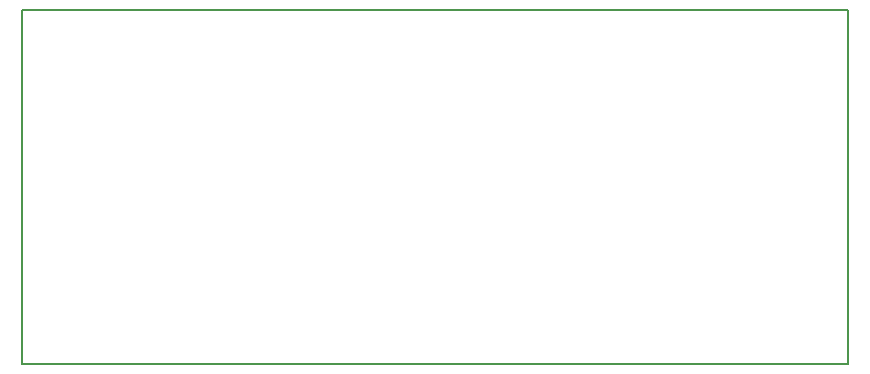
<source format=gm1>
G04 #@! TF.GenerationSoftware,KiCad,Pcbnew,5.1.2-f72e74a~84~ubuntu18.04.1*
G04 #@! TF.CreationDate,2019-06-03T11:10:06+01:00*
G04 #@! TF.ProjectId,HealthMonitor,4865616c-7468-44d6-9f6e-69746f722e6b,rev?*
G04 #@! TF.SameCoordinates,Original*
G04 #@! TF.FileFunction,Profile,NP*
%FSLAX46Y46*%
G04 Gerber Fmt 4.6, Leading zero omitted, Abs format (unit mm)*
G04 Created by KiCad (PCBNEW 5.1.2-f72e74a~84~ubuntu18.04.1) date 2019-06-03 11:10:06*
%MOMM*%
%LPD*%
G04 APERTURE LIST*
%ADD10C,0.150000*%
G04 APERTURE END LIST*
D10*
X100000000Y-100000000D02*
X100000000Y-130000000D01*
X170000000Y-100000000D02*
X100000000Y-100000000D01*
X170000000Y-130000000D02*
X100000000Y-130000000D01*
X170000000Y-130000000D02*
X170000000Y-100000000D01*
M02*

</source>
